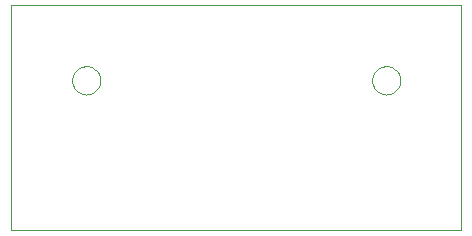
<source format=gko>
G75*
G70*
%OFA0B0*%
%FSLAX24Y24*%
%IPPOS*%
%LPD*%
%AMOC8*
5,1,8,0,0,1.08239X$1,22.5*
%
%ADD10C,0.0000*%
D10*
X000181Y000181D02*
X000181Y007681D01*
X015181Y007681D01*
X015181Y000181D01*
X000181Y000181D01*
X002209Y005181D02*
X002211Y005224D01*
X002217Y005266D01*
X002227Y005308D01*
X002240Y005349D01*
X002257Y005389D01*
X002278Y005426D01*
X002302Y005462D01*
X002329Y005495D01*
X002359Y005526D01*
X002392Y005554D01*
X002427Y005579D01*
X002464Y005600D01*
X002503Y005618D01*
X002543Y005632D01*
X002585Y005643D01*
X002627Y005650D01*
X002670Y005653D01*
X002713Y005652D01*
X002756Y005647D01*
X002798Y005638D01*
X002839Y005626D01*
X002879Y005610D01*
X002917Y005590D01*
X002953Y005567D01*
X002987Y005540D01*
X003019Y005511D01*
X003047Y005479D01*
X003073Y005444D01*
X003095Y005408D01*
X003114Y005369D01*
X003129Y005329D01*
X003141Y005288D01*
X003149Y005245D01*
X003153Y005202D01*
X003153Y005160D01*
X003149Y005117D01*
X003141Y005074D01*
X003129Y005033D01*
X003114Y004993D01*
X003095Y004954D01*
X003073Y004918D01*
X003047Y004883D01*
X003019Y004851D01*
X002987Y004822D01*
X002953Y004795D01*
X002917Y004772D01*
X002879Y004752D01*
X002839Y004736D01*
X002798Y004724D01*
X002756Y004715D01*
X002713Y004710D01*
X002670Y004709D01*
X002627Y004712D01*
X002585Y004719D01*
X002543Y004730D01*
X002503Y004744D01*
X002464Y004762D01*
X002427Y004783D01*
X002392Y004808D01*
X002359Y004836D01*
X002329Y004867D01*
X002302Y004900D01*
X002278Y004936D01*
X002257Y004973D01*
X002240Y005013D01*
X002227Y005054D01*
X002217Y005096D01*
X002211Y005138D01*
X002209Y005181D01*
X012209Y005181D02*
X012211Y005224D01*
X012217Y005266D01*
X012227Y005308D01*
X012240Y005349D01*
X012257Y005389D01*
X012278Y005426D01*
X012302Y005462D01*
X012329Y005495D01*
X012359Y005526D01*
X012392Y005554D01*
X012427Y005579D01*
X012464Y005600D01*
X012503Y005618D01*
X012543Y005632D01*
X012585Y005643D01*
X012627Y005650D01*
X012670Y005653D01*
X012713Y005652D01*
X012756Y005647D01*
X012798Y005638D01*
X012839Y005626D01*
X012879Y005610D01*
X012917Y005590D01*
X012953Y005567D01*
X012987Y005540D01*
X013019Y005511D01*
X013047Y005479D01*
X013073Y005444D01*
X013095Y005408D01*
X013114Y005369D01*
X013129Y005329D01*
X013141Y005288D01*
X013149Y005245D01*
X013153Y005202D01*
X013153Y005160D01*
X013149Y005117D01*
X013141Y005074D01*
X013129Y005033D01*
X013114Y004993D01*
X013095Y004954D01*
X013073Y004918D01*
X013047Y004883D01*
X013019Y004851D01*
X012987Y004822D01*
X012953Y004795D01*
X012917Y004772D01*
X012879Y004752D01*
X012839Y004736D01*
X012798Y004724D01*
X012756Y004715D01*
X012713Y004710D01*
X012670Y004709D01*
X012627Y004712D01*
X012585Y004719D01*
X012543Y004730D01*
X012503Y004744D01*
X012464Y004762D01*
X012427Y004783D01*
X012392Y004808D01*
X012359Y004836D01*
X012329Y004867D01*
X012302Y004900D01*
X012278Y004936D01*
X012257Y004973D01*
X012240Y005013D01*
X012227Y005054D01*
X012217Y005096D01*
X012211Y005138D01*
X012209Y005181D01*
M02*

</source>
